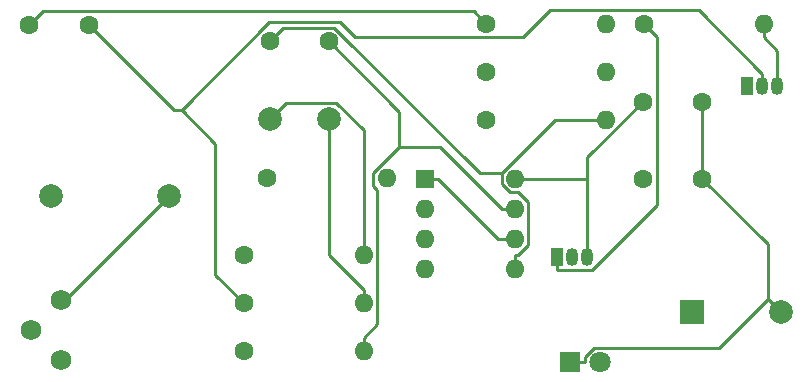
<source format=gbr>
%TF.GenerationSoftware,KiCad,Pcbnew,6.0.0-1*%
%TF.CreationDate,2021-12-27T21:36:17-07:00*%
%TF.ProjectId,gammaray2usb,67616d6d-6172-4617-9932-7573622e6b69,0.3x*%
%TF.SameCoordinates,Original*%
%TF.FileFunction,Copper,L2,Bot*%
%TF.FilePolarity,Positive*%
%FSLAX46Y46*%
G04 Gerber Fmt 4.6, Leading zero omitted, Abs format (unit mm)*
G04 Created by KiCad (PCBNEW 6.0.0-1) date 2021-12-27 21:36:17*
%MOMM*%
%LPD*%
G01*
G04 APERTURE LIST*
%TA.AperFunction,ComponentPad*%
%ADD10C,1.600000*%
%TD*%
%TA.AperFunction,ComponentPad*%
%ADD11C,1.750000*%
%TD*%
%TA.AperFunction,ComponentPad*%
%ADD12C,2.000000*%
%TD*%
%TA.AperFunction,ComponentPad*%
%ADD13R,2.000000X2.000000*%
%TD*%
%TA.AperFunction,ComponentPad*%
%ADD14O,1.600000X1.600000*%
%TD*%
%TA.AperFunction,ComponentPad*%
%ADD15R,1.600000X1.600000*%
%TD*%
%TA.AperFunction,ComponentPad*%
%ADD16C,1.800000*%
%TD*%
%TA.AperFunction,ComponentPad*%
%ADD17R,1.800000X1.800000*%
%TD*%
%TA.AperFunction,ComponentPad*%
%ADD18R,1.050000X1.500000*%
%TD*%
%TA.AperFunction,ComponentPad*%
%ADD19O,1.050000X1.500000*%
%TD*%
%TA.AperFunction,Conductor*%
%ADD20C,0.250000*%
%TD*%
G04 APERTURE END LIST*
D10*
%TO.P,D1,2,A*%
%TO.N,Net-(D1-Pad2)*%
X132341137Y-76518972D03*
%TO.P,D1,1,K*%
%TO.N,Net-(C1-Pad1)*%
X127261137Y-76518972D03*
%TD*%
D11*
%TO.P,RV1,1,1*%
%TO.N,+9V*%
X129964837Y-104854172D03*
%TO.P,RV1,2,2*%
%TO.N,Net-(R7-Pad1)*%
X127424837Y-102314172D03*
%TO.P,RV1,3,3*%
%TO.N,GND*%
X129964837Y-99774172D03*
%TD*%
D12*
%TO.P,BZ1,2,+*%
%TO.N,GND*%
X190976037Y-100852672D03*
D13*
%TO.P,BZ1,1,-*%
%TO.N,Net-(BZ1-Pad1)*%
X183376037Y-100852672D03*
%TD*%
D14*
%TO.P,U1,8,V+*%
%TO.N,+9V*%
X168433437Y-89528572D03*
%TO.P,U1,4,V-*%
%TO.N,GNDREF*%
X160813437Y-97148572D03*
%TO.P,U1,7*%
%TO.N,Net-(BZ1-Pad1)*%
X168433437Y-92068572D03*
%TO.P,U1,3,+*%
%TO.N,Net-(Q1-Pad3)*%
X160813437Y-94608572D03*
%TO.P,U1,6,-*%
%TO.N,Net-(R6-Pad2)*%
X168433437Y-94608572D03*
%TO.P,U1,2,-*%
%TO.N,Net-(R5-Pad1)*%
X160813437Y-92068572D03*
%TO.P,U1,5,+*%
%TO.N,Net-(C5-Pad1)*%
X168433437Y-97148572D03*
D15*
%TO.P,U1,1*%
%TO.N,Net-(R6-Pad2)*%
X160813437Y-89528572D03*
%TD*%
D16*
%TO.P,D2,2,A*%
%TO.N,Net-(D2-Pad2)*%
X175656537Y-105070472D03*
D17*
%TO.P,D2,1,K*%
%TO.N,GND*%
X173116537Y-105070472D03*
%TD*%
D14*
%TO.P,R4,2*%
%TO.N,Net-(C2-Pad1)*%
X155613437Y-96008572D03*
D10*
%TO.P,R4,1*%
%TO.N,+9V*%
X145453437Y-96008572D03*
%TD*%
D12*
%TO.P,C2,2*%
%TO.N,GND*%
X152653437Y-84433572D03*
%TO.P,C2,1*%
%TO.N,Net-(C2-Pad1)*%
X147653437Y-84433572D03*
%TD*%
D14*
%TO.P,R8,2*%
%TO.N,Net-(BZ1-Pad1)*%
X155613437Y-104108572D03*
D10*
%TO.P,R8,1*%
%TO.N,Net-(D2-Pad2)*%
X145453437Y-104108572D03*
%TD*%
D12*
%TO.P,C4,2*%
%TO.N,GND*%
X139103437Y-90963572D03*
%TO.P,C4,1*%
%TO.N,Net-(C4-Pad1)*%
X129103437Y-90963572D03*
%TD*%
D18*
%TO.P,Q2,1,E*%
%TO.N,Net-(Q2-Pad1)*%
X172023437Y-96148572D03*
D19*
%TO.P,Q2,3,C*%
%TO.N,+9V*%
X174563437Y-96148572D03*
%TO.P,Q2,2,B*%
%TO.N,Net-(C2-Pad1)*%
X173293437Y-96148572D03*
%TD*%
D14*
%TO.P,R1,2*%
%TO.N,GND*%
X155613437Y-100058572D03*
D10*
%TO.P,R1,1*%
%TO.N,Net-(D1-Pad2)*%
X145453437Y-100058572D03*
%TD*%
D18*
%TO.P,Q1,1,S*%
%TO.N,GND*%
X188083437Y-81698572D03*
D19*
%TO.P,Q1,3,D*%
%TO.N,Net-(Q1-Pad3)*%
X190623437Y-81698572D03*
%TO.P,Q1,2,G*%
%TO.N,Net-(D1-Pad2)*%
X189353437Y-81698572D03*
%TD*%
D10*
%TO.P,C5,2*%
%TO.N,Net-(BZ1-Pad1)*%
X152653437Y-77903572D03*
%TO.P,C5,1*%
%TO.N,Net-(C5-Pad1)*%
X147653437Y-77903572D03*
%TD*%
%TO.P,C1,2*%
%TO.N,GND*%
X184281137Y-89528572D03*
%TO.P,C1,1*%
%TO.N,Net-(C1-Pad1)*%
X179281137Y-89528572D03*
%TD*%
D14*
%TO.P,R6,2*%
%TO.N,Net-(R6-Pad2)*%
X157613437Y-89478572D03*
D10*
%TO.P,R6,1*%
%TO.N,Net-(R5-Pad1)*%
X147453437Y-89478572D03*
%TD*%
D14*
%TO.P,R3,2*%
%TO.N,Net-(Q1-Pad3)*%
X189473437Y-76418572D03*
D10*
%TO.P,R3,1*%
%TO.N,Net-(Q2-Pad1)*%
X179313437Y-76418572D03*
%TD*%
D14*
%TO.P,R2,2*%
%TO.N,Net-(Q2-Pad1)*%
X176163437Y-76418572D03*
D10*
%TO.P,R2,1*%
%TO.N,Net-(C1-Pad1)*%
X166003437Y-76418572D03*
%TD*%
D14*
%TO.P,R7,2*%
%TO.N,Net-(C5-Pad1)*%
X176163437Y-84518572D03*
D10*
%TO.P,R7,1*%
%TO.N,Net-(R7-Pad1)*%
X166003437Y-84518572D03*
%TD*%
D14*
%TO.P,R5,2*%
%TO.N,Net-(C4-Pad1)*%
X176163437Y-80468572D03*
D10*
%TO.P,R5,1*%
%TO.N,Net-(R5-Pad1)*%
X166003437Y-80468572D03*
%TD*%
%TO.P,C3,2*%
%TO.N,GND*%
X184281137Y-82998572D03*
%TO.P,C3,1*%
%TO.N,+9V*%
X179281137Y-82998572D03*
%TD*%
D20*
%TO.N,Net-(R6-Pad2)*%
X167018737Y-94608572D02*
X168433437Y-94608572D01*
X161938737Y-89528572D02*
X167018737Y-94608572D01*
X160813437Y-89528572D02*
X161938737Y-89528572D01*
%TO.N,Net-(Q2-Pad1)*%
X180426137Y-77531272D02*
X179313437Y-76418572D01*
X180426137Y-91766072D02*
X180426137Y-77531272D01*
X174968337Y-97223872D02*
X180426137Y-91766072D01*
X172023437Y-97223872D02*
X174968337Y-97223872D01*
X172023437Y-96148572D02*
X172023437Y-97223872D01*
%TO.N,Net-(Q1-Pad3)*%
X190623437Y-78693872D02*
X189473437Y-77543872D01*
X190623437Y-81698572D02*
X190623437Y-78693872D01*
X189473437Y-76418572D02*
X189473437Y-77543872D01*
%TO.N,Net-(D1-Pad2)*%
X139517637Y-83695472D02*
X132341137Y-76518972D01*
X140203537Y-83695472D02*
X139517637Y-83695472D01*
X143057737Y-97662872D02*
X145453437Y-100058572D01*
X143057737Y-86549672D02*
X143057737Y-97662872D01*
X140203537Y-83695472D02*
X143057737Y-86549672D01*
X189353437Y-81698572D02*
X189353437Y-80623272D01*
X147616137Y-76282872D02*
X140203537Y-83695472D01*
X153642937Y-76282872D02*
X147616137Y-76282872D01*
X154912837Y-77552772D02*
X153642937Y-76282872D01*
X169126937Y-77552772D02*
X154912837Y-77552772D01*
X171426637Y-75253072D02*
X169126937Y-77552772D01*
X183983237Y-75253072D02*
X171426637Y-75253072D01*
X189353437Y-80623272D02*
X183983237Y-75253072D01*
%TO.N,Net-(C5-Pad1)*%
X168433437Y-97148572D02*
X168433437Y-96023272D01*
X165424337Y-89062372D02*
X167308137Y-89062372D01*
X153095237Y-76733272D02*
X165424337Y-89062372D01*
X148823737Y-76733272D02*
X153095237Y-76733272D01*
X147653437Y-77903572D02*
X148823737Y-76733272D01*
X171851937Y-84518572D02*
X167308137Y-89062372D01*
X176163437Y-84518572D02*
X171851937Y-84518572D01*
X168714837Y-96023272D02*
X168433437Y-96023272D01*
X169562437Y-95175672D02*
X168714837Y-96023272D01*
X169562437Y-91533172D02*
X169562437Y-95175672D01*
X168683137Y-90653872D02*
X169562437Y-91533172D01*
X167967237Y-90653872D02*
X168683137Y-90653872D01*
X167308137Y-89994772D02*
X167967237Y-90653872D01*
X167308137Y-89062372D02*
X167308137Y-89994772D01*
%TO.N,+9V*%
X168433437Y-89528572D02*
X169558737Y-89528572D01*
X174563437Y-89528572D02*
X169558737Y-89528572D01*
X174563437Y-87716272D02*
X174563437Y-89528572D01*
X179281137Y-82998572D02*
X174563437Y-87716272D01*
X174563437Y-89528572D02*
X174563437Y-96148572D01*
%TO.N,Net-(C2-Pad1)*%
X149006137Y-83080872D02*
X147653437Y-84433572D01*
X153247937Y-83080872D02*
X149006137Y-83080872D01*
X155613437Y-85446372D02*
X153247937Y-83080872D01*
X155613437Y-96008572D02*
X155613437Y-85446372D01*
%TO.N,Net-(C1-Pad1)*%
X128447737Y-75332372D02*
X127261137Y-76518972D01*
X164917237Y-75332372D02*
X128447737Y-75332372D01*
X166003437Y-76418572D02*
X164917237Y-75332372D01*
%TO.N,GND*%
X130292837Y-99774172D02*
X129964837Y-99774172D01*
X139103437Y-90963572D02*
X130292837Y-99774172D01*
X184281137Y-89528572D02*
X184281137Y-82998572D01*
X173116537Y-105070472D02*
X174341837Y-105070472D01*
X190976037Y-100852672D02*
X189818737Y-99695372D01*
X189818737Y-95066172D02*
X189818737Y-99695372D01*
X184281137Y-89528572D02*
X189818737Y-95066172D01*
X174341837Y-104610872D02*
X174341837Y-105070472D01*
X175107537Y-103845172D02*
X174341837Y-104610872D01*
X185668937Y-103845172D02*
X175107537Y-103845172D01*
X189818737Y-99695372D02*
X185668937Y-103845172D01*
X152653437Y-95973272D02*
X152653437Y-84433572D01*
X155613437Y-98933272D02*
X152653437Y-95973272D01*
X155613437Y-100058572D02*
X155613437Y-98933272D01*
%TO.N,Net-(BZ1-Pad1)*%
X168433437Y-92068572D02*
X167308137Y-92068572D01*
X158636037Y-83886172D02*
X158636037Y-86832872D01*
X152653437Y-77903572D02*
X158636037Y-83886172D01*
X156430937Y-89037972D02*
X158636037Y-86832872D01*
X156430937Y-90146272D02*
X156430937Y-89037972D01*
X156745237Y-90460572D02*
X156430937Y-90146272D01*
X156745237Y-101851472D02*
X156745237Y-90460572D01*
X155613437Y-102983272D02*
X156745237Y-101851472D01*
X162072437Y-86832872D02*
X167308137Y-92068572D01*
X158636037Y-86832872D02*
X162072437Y-86832872D01*
X155613437Y-104108572D02*
X155613437Y-102983272D01*
%TD*%
M02*

</source>
